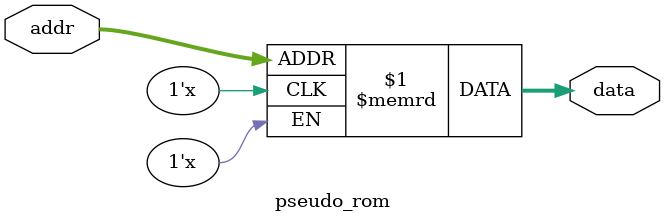
<source format=v>
module pseudo_rom (
    input  wire [ 7:0] addr,
    output wire [31:0] data
);

  reg [31:0] rom[0:255];
  assign data = rom[addr];

endmodule

</source>
